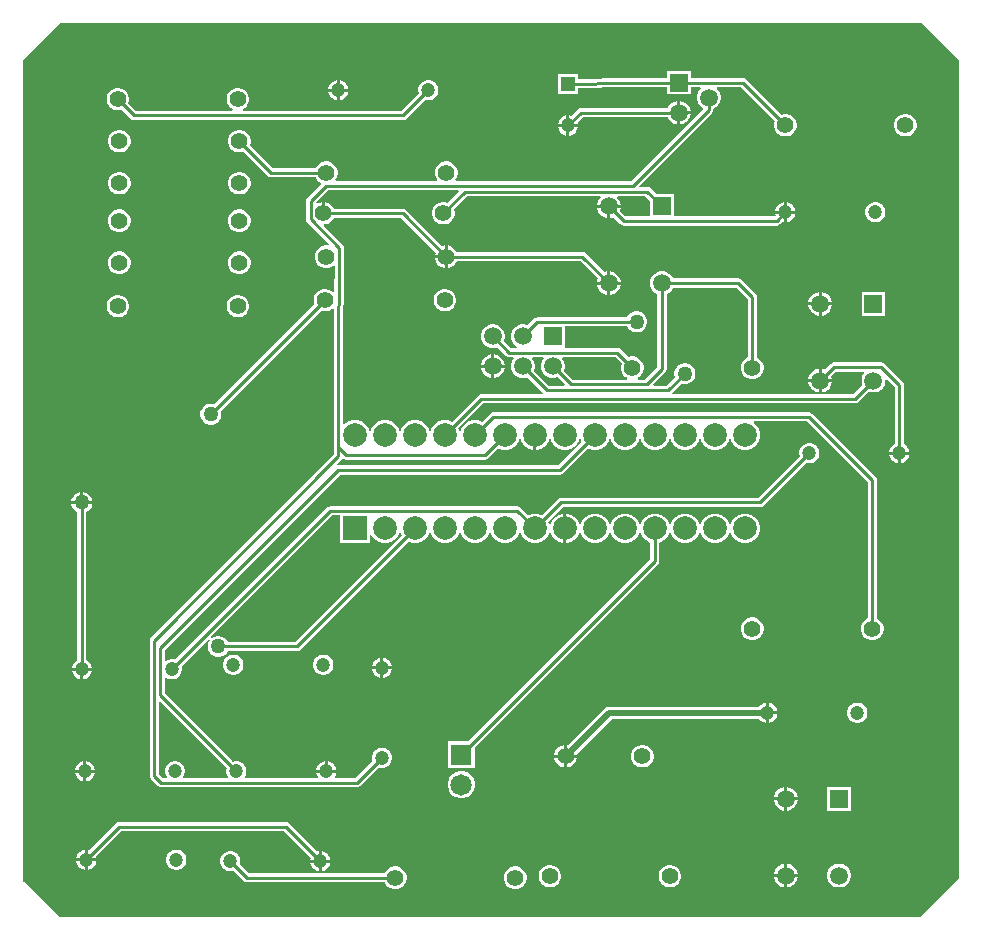
<source format=gbl>
G04*
G04 #@! TF.GenerationSoftware,Altium Limited,Altium Designer,24.10.1 (45)*
G04*
G04 Layer_Physical_Order=2*
G04 Layer_Color=16711680*
%FSLAX44Y44*%
%MOMM*%
G71*
G04*
G04 #@! TF.SameCoordinates,03EB8B32-1028-4CD5-B254-22B402A092A0*
G04*
G04*
G04 #@! TF.FilePolarity,Positive*
G04*
G01*
G75*
%ADD14C,0.2540*%
%ADD44C,0.5080*%
%ADD45C,1.5080*%
%ADD46R,1.5080X1.5080*%
%ADD47C,1.2000*%
%ADD48C,1.4000*%
%ADD49C,1.5000*%
%ADD50R,1.5000X1.5000*%
%ADD51R,1.2000X1.2000*%
%ADD52C,1.8150*%
%ADD53R,1.8150X1.8150*%
%ADD54C,1.4080*%
%ADD55R,1.4986X1.4986*%
%ADD56C,1.4986*%
%ADD57R,2.0000X2.0000*%
%ADD58C,2.0000*%
%ADD59C,1.2700*%
G36*
X1244600Y1033780D02*
Y341630D01*
X1211580Y308610D01*
X482600D01*
X453390Y337820D01*
X452120D01*
Y1033780D01*
X483870Y1065530D01*
X1212850D01*
X1244600Y1033780D01*
D02*
G37*
%LPC*%
G36*
X1017143Y1024763D02*
X997077D01*
Y1018615D01*
X961390D01*
X961339Y1018605D01*
X961288Y1018613D01*
X922580Y1017595D01*
X921670Y1018481D01*
Y1022000D01*
X904590D01*
Y1004920D01*
X921670D01*
Y1009799D01*
X961441Y1010845D01*
X997077D01*
Y1004697D01*
X1017143D01*
Y1010845D01*
X1025340D01*
X1025867Y1009575D01*
X1024482Y1008190D01*
X1023161Y1005903D01*
X1022477Y1003351D01*
Y1000709D01*
X1023161Y998157D01*
X1024482Y995870D01*
X1026350Y994002D01*
X1027220Y993499D01*
X1027386Y992240D01*
X966639Y931493D01*
X818374D01*
X818123Y932098D01*
X817946Y932763D01*
X819150Y934848D01*
X819800Y937274D01*
Y939786D01*
X819150Y942212D01*
X817894Y944388D01*
X816118Y946164D01*
X813942Y947420D01*
X811516Y948070D01*
X809004D01*
X806578Y947420D01*
X804402Y946164D01*
X802626Y944388D01*
X801370Y942212D01*
X800720Y939786D01*
Y937274D01*
X801370Y934848D01*
X802574Y932763D01*
X802397Y932098D01*
X802146Y931493D01*
X716774D01*
X716523Y932098D01*
X716346Y932763D01*
X717550Y934848D01*
X718200Y937274D01*
Y939786D01*
X717550Y942212D01*
X716294Y944388D01*
X714518Y946164D01*
X712342Y947420D01*
X709916Y948070D01*
X707404D01*
X704978Y947420D01*
X702802Y946164D01*
X701026Y944388D01*
X699887Y942415D01*
X663279D01*
X643950Y961743D01*
X644540Y963944D01*
Y966456D01*
X643890Y968882D01*
X642634Y971058D01*
X640858Y972834D01*
X638682Y974090D01*
X636256Y974740D01*
X633744D01*
X631318Y974090D01*
X629142Y972834D01*
X627366Y971058D01*
X626110Y968882D01*
X625460Y966456D01*
Y963944D01*
X626110Y961518D01*
X627366Y959342D01*
X629142Y957566D01*
X631318Y956310D01*
X633744Y955660D01*
X636256D01*
X638457Y956250D01*
X658923Y935783D01*
X660183Y934941D01*
X661670Y934645D01*
X699887D01*
X701026Y932672D01*
X702802Y930896D01*
X704053Y930174D01*
X704219Y928915D01*
X692451Y917147D01*
X691609Y915887D01*
X691313Y914400D01*
Y899160D01*
X691609Y897673D01*
X692451Y896413D01*
X710850Y878015D01*
X710192Y876876D01*
X709916Y876950D01*
X707404D01*
X704978Y876300D01*
X702802Y875044D01*
X701026Y873268D01*
X699770Y871092D01*
X699120Y868666D01*
Y866154D01*
X699770Y863728D01*
X701026Y861552D01*
X702802Y859776D01*
X704978Y858520D01*
X707404Y857870D01*
X709916D01*
X712342Y858520D01*
X714309Y859656D01*
X715576Y859228D01*
X715409Y837848D01*
X714135Y837326D01*
X713248Y838214D01*
X711072Y839470D01*
X708646Y840120D01*
X706134D01*
X703708Y839470D01*
X701532Y838214D01*
X699756Y836438D01*
X698500Y834262D01*
X697850Y831836D01*
Y829324D01*
X698440Y827123D01*
X613796Y742480D01*
X612040Y742950D01*
X609700D01*
X607439Y742344D01*
X605411Y741174D01*
X603756Y739519D01*
X602586Y737491D01*
X601980Y735230D01*
Y732890D01*
X602586Y730629D01*
X603756Y728601D01*
X605411Y726946D01*
X607439Y725776D01*
X609700Y725170D01*
X612040D01*
X614301Y725776D01*
X616329Y726946D01*
X617984Y728601D01*
X619154Y730629D01*
X619760Y732890D01*
Y735230D01*
X619290Y736986D01*
X703933Y821630D01*
X706134Y821040D01*
X708646D01*
X711072Y821690D01*
X713248Y822946D01*
X714029Y823728D01*
X715295Y823198D01*
X714936Y777016D01*
X714938Y777001D01*
X714935Y776986D01*
Y706120D01*
Y699855D01*
X560117Y545037D01*
X559275Y543777D01*
X558979Y542290D01*
Y427990D01*
X559275Y426503D01*
X560117Y425243D01*
X566213Y419147D01*
X567473Y418305D01*
X568960Y418009D01*
X734314D01*
X735801Y418305D01*
X737061Y419147D01*
X753010Y435096D01*
X754526Y434690D01*
X756774D01*
X758946Y435272D01*
X760894Y436396D01*
X762484Y437986D01*
X763608Y439934D01*
X764190Y442106D01*
Y444354D01*
X763608Y446526D01*
X762484Y448474D01*
X760894Y450064D01*
X758946Y451188D01*
X756774Y451770D01*
X754526D01*
X752354Y451188D01*
X750406Y450064D01*
X748816Y448474D01*
X747692Y446526D01*
X747110Y444354D01*
Y442106D01*
X747516Y440590D01*
X732705Y425779D01*
X716408D01*
X715778Y427049D01*
X716618Y428504D01*
X717161Y430530D01*
X708660D01*
Y431800D01*
D01*
Y430530D01*
X700159D01*
X700702Y428504D01*
X701542Y427049D01*
X700912Y425779D01*
X640208D01*
X639578Y427049D01*
X640418Y428504D01*
X641000Y430676D01*
Y432924D01*
X640418Y435096D01*
X639294Y437044D01*
X637704Y438634D01*
X635756Y439758D01*
X633584Y440340D01*
X631336D01*
X629820Y439934D01*
X571829Y497925D01*
Y510412D01*
X573099Y511042D01*
X574554Y510202D01*
X576726Y509620D01*
X578974D01*
X581146Y510202D01*
X583094Y511326D01*
X584684Y512916D01*
X585808Y514864D01*
X586390Y517036D01*
Y519284D01*
X585984Y520800D01*
X608919Y543735D01*
X609852Y542923D01*
X608682Y540895D01*
X608076Y538634D01*
Y536294D01*
X608682Y534033D01*
X609852Y532005D01*
X611507Y530350D01*
X613535Y529180D01*
X615796Y528574D01*
X618136D01*
X620397Y529180D01*
X622425Y530350D01*
X624080Y532005D01*
X624989Y533579D01*
X683744D01*
X685231Y533875D01*
X686491Y534717D01*
X777893Y626119D01*
X778750Y625625D01*
X781939Y624770D01*
X785241D01*
X788430Y625625D01*
X791290Y627275D01*
X793624Y629610D01*
X795275Y632470D01*
X795633Y633803D01*
X796947D01*
X797305Y632470D01*
X798956Y629610D01*
X801290Y627275D01*
X804150Y625625D01*
X807339Y624770D01*
X810641D01*
X813830Y625625D01*
X816690Y627275D01*
X819025Y629610D01*
X820675Y632470D01*
X821033Y633803D01*
X822347D01*
X822705Y632470D01*
X824355Y629610D01*
X826690Y627275D01*
X829550Y625625D01*
X832739Y624770D01*
X836041D01*
X839230Y625625D01*
X842090Y627275D01*
X844425Y629610D01*
X846075Y632470D01*
X846433Y633803D01*
X847747D01*
X848105Y632470D01*
X849755Y629610D01*
X852090Y627275D01*
X854950Y625625D01*
X858139Y624770D01*
X861441D01*
X864630Y625625D01*
X867490Y627275D01*
X869825Y629610D01*
X871475Y632470D01*
X871833Y633803D01*
X873147D01*
X873505Y632470D01*
X875155Y629610D01*
X877490Y627275D01*
X880350Y625625D01*
X883539Y624770D01*
X886841D01*
X890030Y625625D01*
X892890Y627275D01*
X895225Y629610D01*
X896875Y632470D01*
X897233Y633803D01*
X898547D01*
X898905Y632470D01*
X900555Y629610D01*
X902890Y627275D01*
X905750Y625625D01*
X908939Y624770D01*
X909320D01*
Y637310D01*
Y649850D01*
X908939D01*
X905750Y648995D01*
X902890Y647344D01*
X900555Y645010D01*
X898905Y642150D01*
X898547Y640817D01*
X897233D01*
X896875Y642150D01*
X896381Y643007D01*
X908873Y655499D01*
X1075944D01*
X1077431Y655795D01*
X1078691Y656637D01*
X1114960Y692906D01*
X1116476Y692500D01*
X1118724D01*
X1120896Y693082D01*
X1122844Y694206D01*
X1124434Y695796D01*
X1125558Y697744D01*
X1126140Y699916D01*
Y702164D01*
X1125558Y704336D01*
X1124434Y706284D01*
X1122844Y707874D01*
X1120896Y708998D01*
X1118724Y709580D01*
X1116476D01*
X1114304Y708998D01*
X1112356Y707874D01*
X1110766Y706284D01*
X1109642Y704336D01*
X1109060Y702164D01*
Y699916D01*
X1109466Y698400D01*
X1074335Y663269D01*
X907264D01*
X905778Y662973D01*
X904517Y662131D01*
X890887Y648501D01*
X890030Y648995D01*
X886841Y649850D01*
X883539D01*
X880350Y648995D01*
X879493Y648501D01*
X872975Y655019D01*
X871714Y655861D01*
X870228Y656157D01*
X711962D01*
X710475Y655861D01*
X709215Y655019D01*
X580490Y526294D01*
X578974Y526700D01*
X576726D01*
X574554Y526118D01*
X573099Y525278D01*
X571829Y525908D01*
Y534331D01*
X720429Y682931D01*
X906296D01*
X907783Y683227D01*
X909043Y684069D01*
X930293Y705319D01*
X931150Y704825D01*
X934339Y703970D01*
X937641D01*
X940830Y704825D01*
X943690Y706476D01*
X946024Y708810D01*
X947675Y711670D01*
X948033Y713003D01*
X949347D01*
X949705Y711670D01*
X951356Y708810D01*
X953690Y706476D01*
X956550Y704825D01*
X959739Y703970D01*
X963041D01*
X966230Y704825D01*
X969090Y706476D01*
X971424Y708810D01*
X973075Y711670D01*
X973433Y713003D01*
X974747D01*
X975105Y711670D01*
X976756Y708810D01*
X979090Y706476D01*
X981950Y704825D01*
X985139Y703970D01*
X988441D01*
X991630Y704825D01*
X994490Y706476D01*
X996824Y708810D01*
X998475Y711670D01*
X998833Y713003D01*
X1000147D01*
X1000505Y711670D01*
X1002156Y708810D01*
X1004490Y706476D01*
X1007350Y704825D01*
X1010539Y703970D01*
X1013841D01*
X1017030Y704825D01*
X1019890Y706476D01*
X1022225Y708810D01*
X1023875Y711670D01*
X1024233Y713003D01*
X1025547D01*
X1025905Y711670D01*
X1027555Y708810D01*
X1029890Y706476D01*
X1032750Y704825D01*
X1035939Y703970D01*
X1039241D01*
X1042430Y704825D01*
X1045290Y706476D01*
X1047625Y708810D01*
X1049275Y711670D01*
X1049633Y713003D01*
X1050947D01*
X1051305Y711670D01*
X1052955Y708810D01*
X1055290Y706476D01*
X1058150Y704825D01*
X1061339Y703970D01*
X1064641D01*
X1067830Y704825D01*
X1070690Y706476D01*
X1073025Y708810D01*
X1074675Y711670D01*
X1075530Y714859D01*
Y718161D01*
X1074675Y721350D01*
X1073025Y724210D01*
X1070690Y726545D01*
X1070485Y726663D01*
X1070814Y727889D01*
X1115483D01*
X1167055Y676317D01*
Y561223D01*
X1165082Y560084D01*
X1163306Y558308D01*
X1162050Y556132D01*
X1161400Y553706D01*
Y551194D01*
X1162050Y548768D01*
X1163306Y546592D01*
X1165082Y544816D01*
X1167258Y543560D01*
X1169684Y542910D01*
X1172196D01*
X1174622Y543560D01*
X1176798Y544816D01*
X1178574Y546592D01*
X1179830Y548768D01*
X1180480Y551194D01*
Y553706D01*
X1179830Y556132D01*
X1178574Y558308D01*
X1176798Y560084D01*
X1174825Y561223D01*
Y677926D01*
X1174529Y679413D01*
X1173687Y680673D01*
X1119839Y734521D01*
X1118579Y735363D01*
X1117092Y735659D01*
X849654D01*
X848167Y735363D01*
X846907Y734521D01*
X840087Y727701D01*
X839230Y728195D01*
X836041Y729050D01*
X832739D01*
X829550Y728195D01*
X826690Y726545D01*
X824355Y724210D01*
X822705Y721350D01*
X822347Y720017D01*
X821033D01*
X820675Y721350D01*
X820181Y722207D01*
X841103Y743129D01*
X1156344D01*
X1157830Y743425D01*
X1159090Y744267D01*
X1167954Y753130D01*
X1167959Y753127D01*
X1170523Y752440D01*
X1173177D01*
X1175741Y753127D01*
X1178039Y754454D01*
X1179916Y756331D01*
X1181243Y758630D01*
X1181930Y761193D01*
Y763278D01*
X1183200Y763804D01*
X1189915Y757089D01*
Y708658D01*
X1188556Y707874D01*
X1186966Y706284D01*
X1185842Y704336D01*
X1185299Y702310D01*
X1193800D01*
X1202301D01*
X1201758Y704336D01*
X1200634Y706284D01*
X1199044Y707874D01*
X1197685Y708658D01*
Y758698D01*
X1197389Y760185D01*
X1196547Y761445D01*
X1181307Y776685D01*
X1180047Y777527D01*
X1178560Y777823D01*
X1138268D01*
X1136781Y777527D01*
X1135521Y776685D01*
X1130746Y771910D01*
X1130740Y771913D01*
X1128177Y772600D01*
X1128120D01*
Y763790D01*
X1136930D01*
Y763847D01*
X1136243Y766411D01*
X1136240Y766416D01*
X1139876Y770053D01*
X1163468D01*
X1163954Y768880D01*
X1163784Y768709D01*
X1162457Y766411D01*
X1161770Y763847D01*
Y761193D01*
X1162457Y758630D01*
X1162460Y758624D01*
X1154735Y750899D01*
X1002028D01*
X1001502Y752169D01*
X1009264Y759930D01*
X1011020Y759460D01*
X1013360D01*
X1015621Y760066D01*
X1017649Y761236D01*
X1019304Y762891D01*
X1020474Y764919D01*
X1021080Y767180D01*
Y769520D01*
X1020474Y771781D01*
X1019304Y773809D01*
X1017649Y775464D01*
X1015621Y776634D01*
X1013360Y777240D01*
X1011020D01*
X1008759Y776634D01*
X1006731Y775464D01*
X1005076Y773809D01*
X1003906Y771781D01*
X1003300Y769520D01*
Y767180D01*
X1003770Y765424D01*
X996357Y758011D01*
X985784D01*
X985297Y759184D01*
X995527Y769413D01*
X996369Y770673D01*
X996665Y772160D01*
Y835676D01*
X996671Y835677D01*
X998969Y837004D01*
X1000846Y838881D01*
X1002173Y841180D01*
X1002175Y841186D01*
X1055781D01*
X1065455Y831511D01*
Y782203D01*
X1063482Y781064D01*
X1061706Y779288D01*
X1060450Y777112D01*
X1059800Y774686D01*
Y772174D01*
X1060450Y769748D01*
X1061706Y767572D01*
X1063482Y765796D01*
X1065658Y764540D01*
X1068084Y763890D01*
X1070596D01*
X1073022Y764540D01*
X1075198Y765796D01*
X1076974Y767572D01*
X1078230Y769748D01*
X1078880Y772174D01*
Y774686D01*
X1078230Y777112D01*
X1076974Y779288D01*
X1075198Y781064D01*
X1073225Y782203D01*
Y833120D01*
X1072929Y834607D01*
X1072087Y835867D01*
X1060137Y847817D01*
X1058876Y848659D01*
X1057390Y848955D01*
X1002175D01*
X1002173Y848961D01*
X1000846Y851259D01*
X998969Y853136D01*
X996671Y854463D01*
X994107Y855150D01*
X991453D01*
X988889Y854463D01*
X986591Y853136D01*
X984714Y851259D01*
X983387Y848961D01*
X982700Y846397D01*
Y843743D01*
X983387Y841180D01*
X984714Y838881D01*
X986591Y837004D01*
X988889Y835677D01*
X988895Y835676D01*
Y773769D01*
X978471Y763345D01*
X972281D01*
X972172Y763513D01*
X972580Y765209D01*
X973598Y765796D01*
X975374Y767572D01*
X976630Y769748D01*
X977280Y772174D01*
Y774686D01*
X976630Y777112D01*
X975374Y779288D01*
X973598Y781064D01*
X971422Y782320D01*
X968996Y782970D01*
X966484D01*
X964283Y782380D01*
X957787Y788877D01*
X956527Y789719D01*
X955040Y790015D01*
X911721D01*
X910470Y790060D01*
X910470Y791285D01*
Y808407D01*
X963273D01*
X964182Y806833D01*
X965837Y805178D01*
X967865Y804008D01*
X970126Y803402D01*
X972466D01*
X974727Y804008D01*
X976755Y805178D01*
X978410Y806833D01*
X979580Y808861D01*
X980186Y811122D01*
Y813462D01*
X979580Y815723D01*
X978410Y817751D01*
X976755Y819406D01*
X974727Y820576D01*
X972466Y821182D01*
X970126D01*
X967865Y820576D01*
X965837Y819406D01*
X964182Y817751D01*
X963273Y816177D01*
X887222D01*
X885735Y815881D01*
X884475Y815039D01*
X878895Y809459D01*
X876352Y810140D01*
X873708D01*
X871155Y809456D01*
X868865Y808134D01*
X866996Y806265D01*
X865674Y803975D01*
X864990Y801422D01*
Y798778D01*
X865674Y796225D01*
X866996Y793935D01*
X868865Y792066D01*
X870219Y791285D01*
X869878Y790015D01*
X865209D01*
X858989Y796235D01*
X859670Y798778D01*
Y801422D01*
X858986Y803975D01*
X857664Y806265D01*
X855795Y808134D01*
X853505Y809456D01*
X850952Y810140D01*
X848308D01*
X845755Y809456D01*
X843465Y808134D01*
X841596Y806265D01*
X840274Y803975D01*
X839590Y801422D01*
Y798778D01*
X840274Y796225D01*
X841596Y793935D01*
X843465Y792066D01*
X845755Y790744D01*
X848308Y790060D01*
X850952D01*
X853495Y790741D01*
X860853Y783383D01*
X862113Y782541D01*
X863600Y782245D01*
X866717D01*
X867203Y781072D01*
X866996Y780865D01*
X865674Y778575D01*
X864990Y776022D01*
Y773378D01*
X865674Y770825D01*
X866996Y768535D01*
X868865Y766666D01*
X871155Y765344D01*
X873708Y764660D01*
X876352D01*
X878895Y765341D01*
X892068Y752169D01*
X891542Y750899D01*
X839494D01*
X838007Y750603D01*
X836747Y749761D01*
X814687Y727701D01*
X813830Y728195D01*
X810641Y729050D01*
X807339D01*
X804150Y728195D01*
X801290Y726545D01*
X798956Y724210D01*
X797305Y721350D01*
X796947Y720017D01*
X795633D01*
X795275Y721350D01*
X793624Y724210D01*
X791290Y726545D01*
X788430Y728195D01*
X785241Y729050D01*
X781939D01*
X778750Y728195D01*
X775890Y726545D01*
X773556Y724210D01*
X771905Y721350D01*
X771547Y720017D01*
X770233D01*
X769875Y721350D01*
X768224Y724210D01*
X765890Y726545D01*
X763030Y728195D01*
X759841Y729050D01*
X756539D01*
X753350Y728195D01*
X750490Y726545D01*
X748156Y724210D01*
X746505Y721350D01*
X746147Y720017D01*
X744833D01*
X744475Y721350D01*
X742824Y724210D01*
X740490Y726545D01*
X737630Y728195D01*
X734441Y729050D01*
X731139D01*
X727950Y728195D01*
X725090Y726545D01*
X723975Y725429D01*
X722705Y725955D01*
Y776972D01*
X723466Y874746D01*
X723464Y874761D01*
X723467Y874776D01*
X723322Y875505D01*
X723182Y876235D01*
X723174Y876247D01*
X723171Y876263D01*
X722758Y876881D01*
X722350Y877501D01*
X722337Y877510D01*
X722329Y877523D01*
X706325Y893527D01*
X706811Y894700D01*
X707376D01*
X709802Y895350D01*
X711978Y896606D01*
X713754Y898382D01*
X714893Y900355D01*
X771821D01*
X801310Y870867D01*
X800724Y868680D01*
X808990D01*
Y876946D01*
X806803Y876360D01*
X776177Y906987D01*
X774917Y907829D01*
X773430Y908125D01*
X714893D01*
X713754Y910098D01*
X711978Y911874D01*
X709802Y913130D01*
X707390Y913776D01*
Y904240D01*
X704850D01*
Y913776D01*
X702438Y913130D01*
X701260Y912450D01*
X699934Y912823D01*
X699727Y913031D01*
X699745Y913454D01*
X710015Y923723D01*
X820050D01*
X820536Y922550D01*
X811177Y913190D01*
X808976Y913780D01*
X806464D01*
X804038Y913130D01*
X801862Y911874D01*
X800086Y910098D01*
X798830Y907922D01*
X798180Y905496D01*
Y902984D01*
X798830Y900558D01*
X800086Y898382D01*
X801862Y896606D01*
X804038Y895350D01*
X806464Y894700D01*
X808976D01*
X811402Y895350D01*
X813578Y896606D01*
X815354Y898382D01*
X816610Y900558D01*
X817260Y902984D01*
Y905496D01*
X816670Y907697D01*
X827617Y918643D01*
X940301D01*
X940827Y917373D01*
X939714Y916260D01*
X938387Y913961D01*
X937700Y911397D01*
Y911340D01*
X947780D01*
X957860D01*
Y911397D01*
X957173Y913961D01*
X955846Y916260D01*
X954732Y917373D01*
X955258Y918643D01*
X978713D01*
X982700Y914657D01*
Y901521D01*
X961823D01*
X957170Y906174D01*
X957173Y906180D01*
X957860Y908743D01*
Y908800D01*
X949050D01*
Y899990D01*
X949107D01*
X951670Y900677D01*
X951676Y900680D01*
X957467Y894889D01*
X958727Y894047D01*
X960214Y893751D01*
X1089796D01*
X1091283Y894047D01*
X1092543Y894889D01*
X1094640Y896986D01*
X1096010Y896619D01*
Y903850D01*
X1088779D01*
X1089146Y902480D01*
X1088187Y901521D01*
X1002860D01*
Y920150D01*
X988194D01*
X983069Y925275D01*
X981809Y926117D01*
X980322Y926413D01*
X974206D01*
X973720Y927586D01*
X1035257Y989123D01*
X1036099Y990383D01*
X1036395Y991870D01*
Y992688D01*
X1038670Y994002D01*
X1040538Y995870D01*
X1041859Y998157D01*
X1042543Y1000709D01*
Y1003351D01*
X1041859Y1005903D01*
X1040538Y1008190D01*
X1039153Y1009575D01*
X1039679Y1010845D01*
X1059721D01*
X1088330Y982236D01*
X1087740Y980036D01*
Y977524D01*
X1088390Y975098D01*
X1089646Y972922D01*
X1091422Y971146D01*
X1093598Y969890D01*
X1096024Y969240D01*
X1098536D01*
X1100962Y969890D01*
X1103138Y971146D01*
X1104914Y972922D01*
X1106170Y975098D01*
X1106820Y977524D01*
Y980036D01*
X1106170Y982462D01*
X1104914Y984638D01*
X1103138Y986414D01*
X1100962Y987670D01*
X1098536Y988320D01*
X1096024D01*
X1093823Y987730D01*
X1064077Y1017477D01*
X1062816Y1018319D01*
X1061330Y1018615D01*
X1017143D01*
Y1024763D01*
D02*
G37*
G36*
X720090Y1016881D02*
Y1009650D01*
X727321D01*
X726778Y1011676D01*
X725654Y1013624D01*
X724064Y1015214D01*
X722116Y1016338D01*
X720090Y1016881D01*
D02*
G37*
G36*
X717550D02*
X715524Y1016338D01*
X713576Y1015214D01*
X711986Y1013624D01*
X710862Y1011676D01*
X710319Y1009650D01*
X717550D01*
Y1016881D01*
D02*
G37*
G36*
X727321Y1007110D02*
X720090D01*
Y999879D01*
X722116Y1000422D01*
X724064Y1001546D01*
X725654Y1003136D01*
X726778Y1005084D01*
X727321Y1007110D01*
D02*
G37*
G36*
X717550D02*
X710319D01*
X710862Y1005084D01*
X711986Y1003136D01*
X713576Y1001546D01*
X715524Y1000422D01*
X717550Y999879D01*
Y1007110D01*
D02*
G37*
G36*
X796144Y1016920D02*
X793896D01*
X791724Y1016338D01*
X789776Y1015214D01*
X788186Y1013624D01*
X787062Y1011676D01*
X786480Y1009504D01*
Y1007256D01*
X786886Y1005740D01*
X772075Y990929D01*
X638322D01*
X637981Y992199D01*
X639588Y993126D01*
X641364Y994902D01*
X642620Y997078D01*
X643270Y999504D01*
Y1002016D01*
X642620Y1004442D01*
X641364Y1006618D01*
X639588Y1008394D01*
X637412Y1009650D01*
X634986Y1010300D01*
X632474D01*
X630048Y1009650D01*
X627872Y1008394D01*
X626096Y1006618D01*
X624840Y1004442D01*
X624190Y1002016D01*
Y999504D01*
X624840Y997078D01*
X626096Y994902D01*
X627872Y993126D01*
X629479Y992199D01*
X629138Y990929D01*
X547455D01*
X541080Y997303D01*
X541670Y999504D01*
Y1002016D01*
X541020Y1004442D01*
X539764Y1006618D01*
X537988Y1008394D01*
X535812Y1009650D01*
X533386Y1010300D01*
X530874D01*
X528448Y1009650D01*
X526272Y1008394D01*
X524496Y1006618D01*
X523240Y1004442D01*
X522590Y1002016D01*
Y999504D01*
X523240Y997078D01*
X524496Y994902D01*
X526272Y993126D01*
X528448Y991870D01*
X530874Y991220D01*
X533386D01*
X535587Y991810D01*
X543099Y984297D01*
X544359Y983455D01*
X545846Y983159D01*
X773684D01*
X775171Y983455D01*
X776431Y984297D01*
X792380Y1000246D01*
X793896Y999840D01*
X796144D01*
X798316Y1000422D01*
X800264Y1001546D01*
X801854Y1003136D01*
X802978Y1005084D01*
X803560Y1007256D01*
Y1009504D01*
X802978Y1011676D01*
X801854Y1013624D01*
X800264Y1015214D01*
X798316Y1016338D01*
X796144Y1016920D01*
D02*
G37*
G36*
X1008431Y999363D02*
X1008380D01*
Y990600D01*
X1017143D01*
Y990651D01*
X1016459Y993203D01*
X1015138Y995490D01*
X1013270Y997358D01*
X1010983Y998679D01*
X1008431Y999363D01*
D02*
G37*
G36*
X1005840D02*
X1005789D01*
X1003237Y998679D01*
X1000950Y997358D01*
X999082Y995490D01*
X997768Y993215D01*
X924000D01*
X922514Y992919D01*
X921253Y992077D01*
X915770Y986594D01*
X914400Y986961D01*
Y979730D01*
X921631D01*
X921264Y981100D01*
X925609Y985445D01*
X997768D01*
X999082Y983170D01*
X1000950Y981302D01*
X1003237Y979981D01*
X1005789Y979297D01*
X1005840D01*
Y989330D01*
X1007110D01*
D01*
X1005840D01*
Y999363D01*
D02*
G37*
G36*
X911860Y986961D02*
X909834Y986418D01*
X907886Y985294D01*
X906296Y983704D01*
X905172Y981756D01*
X904629Y979730D01*
X911860D01*
Y986961D01*
D02*
G37*
G36*
X1017143Y988060D02*
X1008380D01*
Y979297D01*
X1008431D01*
X1010983Y979981D01*
X1013270Y981302D01*
X1015138Y983170D01*
X1016459Y985457D01*
X1017143Y988009D01*
Y988060D01*
D02*
G37*
G36*
X921631Y977190D02*
X914400D01*
Y969959D01*
X916426Y970502D01*
X918374Y971626D01*
X919964Y973216D01*
X921088Y975163D01*
X921631Y977190D01*
D02*
G37*
G36*
X911860D02*
X904629D01*
X905172Y975163D01*
X906296Y973216D01*
X907886Y971626D01*
X909834Y970502D01*
X911860Y969959D01*
Y977190D01*
D02*
G37*
G36*
X1200136Y988320D02*
X1197624D01*
X1195198Y987670D01*
X1193022Y986414D01*
X1191246Y984638D01*
X1189990Y982462D01*
X1189340Y980036D01*
Y977524D01*
X1189990Y975098D01*
X1191246Y972922D01*
X1193022Y971146D01*
X1195198Y969890D01*
X1197624Y969240D01*
X1200136D01*
X1202562Y969890D01*
X1204738Y971146D01*
X1206514Y972922D01*
X1207770Y975098D01*
X1208420Y977524D01*
Y980036D01*
X1207770Y982462D01*
X1206514Y984638D01*
X1204738Y986414D01*
X1202562Y987670D01*
X1200136Y988320D01*
D02*
G37*
G36*
X534656Y974740D02*
X532144D01*
X529718Y974090D01*
X527542Y972834D01*
X525766Y971058D01*
X524510Y968882D01*
X523860Y966456D01*
Y963944D01*
X524510Y961518D01*
X525766Y959342D01*
X527542Y957566D01*
X529718Y956310D01*
X532144Y955660D01*
X534656D01*
X537082Y956310D01*
X539258Y957566D01*
X541034Y959342D01*
X542290Y961518D01*
X542940Y963944D01*
Y966456D01*
X542290Y968882D01*
X541034Y971058D01*
X539258Y972834D01*
X537082Y974090D01*
X534656Y974740D01*
D02*
G37*
G36*
X636256Y939180D02*
X633744D01*
X631318Y938530D01*
X629142Y937274D01*
X627366Y935498D01*
X626110Y933322D01*
X625460Y930896D01*
Y928384D01*
X626110Y925958D01*
X627366Y923782D01*
X629142Y922006D01*
X631318Y920750D01*
X633744Y920100D01*
X636256D01*
X638682Y920750D01*
X640858Y922006D01*
X642634Y923782D01*
X643890Y925958D01*
X644540Y928384D01*
Y930896D01*
X643890Y933322D01*
X642634Y935498D01*
X640858Y937274D01*
X638682Y938530D01*
X636256Y939180D01*
D02*
G37*
G36*
X534656D02*
X532144D01*
X529718Y938530D01*
X527542Y937274D01*
X525766Y935498D01*
X524510Y933322D01*
X523860Y930896D01*
Y928384D01*
X524510Y925958D01*
X525766Y923782D01*
X527542Y922006D01*
X529718Y920750D01*
X532144Y920100D01*
X534656D01*
X537082Y920750D01*
X539258Y922006D01*
X541034Y923782D01*
X542290Y925958D01*
X542940Y928384D01*
Y930896D01*
X542290Y933322D01*
X541034Y935498D01*
X539258Y937274D01*
X537082Y938530D01*
X534656Y939180D01*
D02*
G37*
G36*
X1098550Y913621D02*
Y906390D01*
X1105781D01*
X1105238Y908416D01*
X1104114Y910363D01*
X1102524Y911954D01*
X1100576Y913078D01*
X1098550Y913621D01*
D02*
G37*
G36*
X1096010D02*
X1093984Y913078D01*
X1092036Y911954D01*
X1090446Y910363D01*
X1089322Y908416D01*
X1088779Y906390D01*
X1096010D01*
Y913621D01*
D02*
G37*
G36*
X946510Y908800D02*
X937700D01*
Y908743D01*
X938387Y906180D01*
X939714Y903881D01*
X941590Y902004D01*
X943889Y900677D01*
X946453Y899990D01*
X946510D01*
Y908800D01*
D02*
G37*
G36*
X1105781Y903850D02*
X1098550D01*
Y896619D01*
X1100576Y897162D01*
X1102524Y898286D01*
X1104114Y899876D01*
X1105238Y901824D01*
X1105781Y903850D01*
D02*
G37*
G36*
X1174604Y913660D02*
X1172356D01*
X1170184Y913078D01*
X1168236Y911954D01*
X1166646Y910363D01*
X1165522Y908416D01*
X1164940Y906244D01*
Y903996D01*
X1165522Y901824D01*
X1166646Y899876D01*
X1168236Y898286D01*
X1170184Y897162D01*
X1172356Y896580D01*
X1174604D01*
X1176776Y897162D01*
X1178724Y898286D01*
X1180314Y899876D01*
X1181438Y901824D01*
X1182020Y903996D01*
Y906244D01*
X1181438Y908416D01*
X1180314Y910363D01*
X1178724Y911954D01*
X1176776Y913078D01*
X1174604Y913660D01*
D02*
G37*
G36*
X636256Y907430D02*
X633744D01*
X631318Y906780D01*
X629142Y905524D01*
X627366Y903748D01*
X626110Y901572D01*
X625460Y899146D01*
Y896634D01*
X626110Y894208D01*
X627366Y892032D01*
X629142Y890256D01*
X631318Y889000D01*
X633744Y888350D01*
X636256D01*
X638682Y889000D01*
X640858Y890256D01*
X642634Y892032D01*
X643890Y894208D01*
X644540Y896634D01*
Y899146D01*
X643890Y901572D01*
X642634Y903748D01*
X640858Y905524D01*
X638682Y906780D01*
X636256Y907430D01*
D02*
G37*
G36*
X534656D02*
X532144D01*
X529718Y906780D01*
X527542Y905524D01*
X525766Y903748D01*
X524510Y901572D01*
X523860Y899146D01*
Y896634D01*
X524510Y894208D01*
X525766Y892032D01*
X527542Y890256D01*
X529718Y889000D01*
X532144Y888350D01*
X534656D01*
X537082Y889000D01*
X539258Y890256D01*
X541034Y892032D01*
X542290Y894208D01*
X542940Y896634D01*
Y899146D01*
X542290Y901572D01*
X541034Y903748D01*
X539258Y905524D01*
X537082Y906780D01*
X534656Y907430D01*
D02*
G37*
G36*
X808990Y866140D02*
X800724D01*
X801370Y863728D01*
X802626Y861552D01*
X804402Y859776D01*
X806578Y858520D01*
X808990Y857874D01*
Y866140D01*
D02*
G37*
G36*
X636256Y871870D02*
X633744D01*
X631318Y871220D01*
X629142Y869964D01*
X627366Y868188D01*
X626110Y866012D01*
X625460Y863586D01*
Y861074D01*
X626110Y858648D01*
X627366Y856472D01*
X629142Y854696D01*
X631318Y853440D01*
X633744Y852790D01*
X636256D01*
X638682Y853440D01*
X640858Y854696D01*
X642634Y856472D01*
X643890Y858648D01*
X644540Y861074D01*
Y863586D01*
X643890Y866012D01*
X642634Y868188D01*
X640858Y869964D01*
X638682Y871220D01*
X636256Y871870D01*
D02*
G37*
G36*
X534656D02*
X532144D01*
X529718Y871220D01*
X527542Y869964D01*
X525766Y868188D01*
X524510Y866012D01*
X523860Y863586D01*
Y861074D01*
X524510Y858648D01*
X525766Y856472D01*
X527542Y854696D01*
X529718Y853440D01*
X532144Y852790D01*
X534656D01*
X537082Y853440D01*
X539258Y854696D01*
X541034Y856472D01*
X542290Y858648D01*
X542940Y861074D01*
Y863586D01*
X542290Y866012D01*
X541034Y868188D01*
X539258Y869964D01*
X537082Y871220D01*
X534656Y871870D01*
D02*
G37*
G36*
X949107Y855150D02*
X949050D01*
Y846340D01*
X957860D01*
Y846397D01*
X957173Y848961D01*
X955846Y851259D01*
X953969Y853136D01*
X951670Y854463D01*
X949107Y855150D01*
D02*
G37*
G36*
X811530Y876946D02*
Y867410D01*
Y857874D01*
X813942Y858520D01*
X816118Y859776D01*
X817894Y861552D01*
X819033Y863525D01*
X923831D01*
X938390Y848966D01*
X938387Y848961D01*
X937700Y846397D01*
Y846340D01*
X946510D01*
Y855150D01*
X946453D01*
X943889Y854463D01*
X943884Y854460D01*
X928187Y870157D01*
X926926Y870999D01*
X925440Y871295D01*
X819033D01*
X817894Y873268D01*
X816118Y875044D01*
X813942Y876300D01*
X811530Y876946D01*
D02*
G37*
G36*
X957860Y843800D02*
X949050D01*
Y834990D01*
X949107D01*
X951670Y835677D01*
X953969Y837004D01*
X955846Y838881D01*
X957173Y841180D01*
X957860Y843743D01*
Y843800D01*
D02*
G37*
G36*
X946510D02*
X937700D01*
Y843743D01*
X938387Y841180D01*
X939714Y838881D01*
X941590Y837004D01*
X943889Y835677D01*
X946453Y834990D01*
X946510D01*
Y843800D01*
D02*
G37*
G36*
X1128177Y837600D02*
X1128120D01*
Y828790D01*
X1136930D01*
Y828847D01*
X1136243Y831411D01*
X1134916Y833710D01*
X1133039Y835586D01*
X1130740Y836913D01*
X1128177Y837600D01*
D02*
G37*
G36*
X1125580D02*
X1125523D01*
X1122959Y836913D01*
X1120660Y835586D01*
X1118784Y833710D01*
X1117457Y831411D01*
X1116770Y828847D01*
Y828790D01*
X1125580D01*
Y837600D01*
D02*
G37*
G36*
X810246Y840120D02*
X807734D01*
X805308Y839470D01*
X803132Y838214D01*
X801356Y836438D01*
X800100Y834262D01*
X799450Y831836D01*
Y829324D01*
X800100Y826898D01*
X801356Y824722D01*
X803132Y822946D01*
X805308Y821690D01*
X807734Y821040D01*
X810246D01*
X812672Y821690D01*
X814848Y822946D01*
X816624Y824722D01*
X817880Y826898D01*
X818530Y829324D01*
Y831836D01*
X817880Y834262D01*
X816624Y836438D01*
X814848Y838214D01*
X812672Y839470D01*
X810246Y840120D01*
D02*
G37*
G36*
X1181930Y837600D02*
X1161770D01*
Y817440D01*
X1181930D01*
Y837600D01*
D02*
G37*
G36*
X1136930Y826250D02*
X1128120D01*
Y817440D01*
X1128177D01*
X1130740Y818127D01*
X1133039Y819454D01*
X1134916Y821331D01*
X1136243Y823630D01*
X1136930Y826193D01*
Y826250D01*
D02*
G37*
G36*
X1125580D02*
X1116770D01*
Y826193D01*
X1117457Y823630D01*
X1118784Y821331D01*
X1120660Y819454D01*
X1122959Y818127D01*
X1125523Y817440D01*
X1125580D01*
Y826250D01*
D02*
G37*
G36*
X634986Y835040D02*
X632474D01*
X630048Y834390D01*
X627872Y833134D01*
X626096Y831358D01*
X624840Y829182D01*
X624190Y826756D01*
Y824244D01*
X624840Y821818D01*
X626096Y819642D01*
X627872Y817866D01*
X630048Y816610D01*
X632474Y815960D01*
X634986D01*
X637412Y816610D01*
X639588Y817866D01*
X641364Y819642D01*
X642620Y821818D01*
X643270Y824244D01*
Y826756D01*
X642620Y829182D01*
X641364Y831358D01*
X639588Y833134D01*
X637412Y834390D01*
X634986Y835040D01*
D02*
G37*
G36*
X533386D02*
X530874D01*
X528448Y834390D01*
X526272Y833134D01*
X524496Y831358D01*
X523240Y829182D01*
X522590Y826756D01*
Y824244D01*
X523240Y821818D01*
X524496Y819642D01*
X526272Y817866D01*
X528448Y816610D01*
X530874Y815960D01*
X533386D01*
X535812Y816610D01*
X537988Y817866D01*
X539764Y819642D01*
X541020Y821818D01*
X541670Y824244D01*
Y826756D01*
X541020Y829182D01*
X539764Y831358D01*
X537988Y833134D01*
X535812Y834390D01*
X533386Y835040D01*
D02*
G37*
G36*
X850952Y784740D02*
X850900D01*
Y775970D01*
X859670D01*
Y776022D01*
X858986Y778575D01*
X857664Y780865D01*
X855795Y782734D01*
X853505Y784056D01*
X850952Y784740D01*
D02*
G37*
G36*
X848360D02*
X848308D01*
X845755Y784056D01*
X843465Y782734D01*
X841596Y780865D01*
X840274Y778575D01*
X839590Y776022D01*
Y775970D01*
X848360D01*
Y784740D01*
D02*
G37*
G36*
X859670Y773430D02*
X850900D01*
Y764660D01*
X850952D01*
X853505Y765344D01*
X855795Y766666D01*
X857664Y768535D01*
X858986Y770825D01*
X859670Y773378D01*
Y773430D01*
D02*
G37*
G36*
X848360D02*
X839590D01*
Y773378D01*
X840274Y770825D01*
X841596Y768535D01*
X843465Y766666D01*
X845755Y765344D01*
X848308Y764660D01*
X848360D01*
Y773430D01*
D02*
G37*
G36*
X1125580Y772600D02*
X1125523D01*
X1122959Y771913D01*
X1120660Y770586D01*
X1118784Y768709D01*
X1117457Y766411D01*
X1116770Y763847D01*
Y763790D01*
X1125580D01*
Y772600D01*
D02*
G37*
G36*
X1136930Y761250D02*
X1128120D01*
Y752440D01*
X1128177D01*
X1130740Y753127D01*
X1133039Y754454D01*
X1134916Y756331D01*
X1136243Y758630D01*
X1136930Y761193D01*
Y761250D01*
D02*
G37*
G36*
X1125580D02*
X1116770D01*
Y761193D01*
X1117457Y758630D01*
X1118784Y756331D01*
X1120660Y754454D01*
X1122959Y753127D01*
X1125523Y752440D01*
X1125580D01*
Y761250D01*
D02*
G37*
G36*
X1202301Y699770D02*
X1195070D01*
Y692539D01*
X1197096Y693082D01*
X1199044Y694206D01*
X1200634Y695796D01*
X1201758Y697744D01*
X1202301Y699770D01*
D02*
G37*
G36*
X1192530D02*
X1185299D01*
X1185842Y697744D01*
X1186966Y695796D01*
X1188556Y694206D01*
X1190504Y693082D01*
X1192530Y692539D01*
Y699770D01*
D02*
G37*
G36*
X502920Y668123D02*
Y660530D01*
X510513D01*
X509934Y662691D01*
X508764Y664719D01*
X507109Y666374D01*
X505081Y667544D01*
X502920Y668123D01*
D02*
G37*
G36*
X500380D02*
X498219Y667544D01*
X496191Y666374D01*
X494536Y664719D01*
X493366Y662691D01*
X492787Y660530D01*
X500380D01*
Y668123D01*
D02*
G37*
G36*
X1064641Y649850D02*
X1061339D01*
X1058150Y648995D01*
X1055290Y647344D01*
X1052955Y645010D01*
X1051305Y642150D01*
X1050947Y640817D01*
X1049633D01*
X1049275Y642150D01*
X1047625Y645010D01*
X1045290Y647344D01*
X1042430Y648995D01*
X1039241Y649850D01*
X1035939D01*
X1032750Y648995D01*
X1029890Y647344D01*
X1027555Y645010D01*
X1025905Y642150D01*
X1025547Y640817D01*
X1024233D01*
X1023875Y642150D01*
X1022225Y645010D01*
X1019890Y647344D01*
X1017030Y648995D01*
X1013841Y649850D01*
X1010539D01*
X1007350Y648995D01*
X1004490Y647344D01*
X1002156Y645010D01*
X1000505Y642150D01*
X1000147Y640817D01*
X998833D01*
X998475Y642150D01*
X996824Y645010D01*
X994490Y647344D01*
X991630Y648995D01*
X988441Y649850D01*
X985139D01*
X981950Y648995D01*
X979090Y647344D01*
X976756Y645010D01*
X975105Y642150D01*
X974747Y640817D01*
X973433D01*
X973075Y642150D01*
X971424Y645010D01*
X969090Y647344D01*
X966230Y648995D01*
X963041Y649850D01*
X959739D01*
X956550Y648995D01*
X953690Y647344D01*
X951356Y645010D01*
X949705Y642150D01*
X949347Y640817D01*
X948033D01*
X947675Y642150D01*
X946024Y645010D01*
X943690Y647344D01*
X940830Y648995D01*
X937641Y649850D01*
X934339D01*
X931150Y648995D01*
X928290Y647344D01*
X925956Y645010D01*
X924305Y642150D01*
X923947Y640817D01*
X922633D01*
X922275Y642150D01*
X920624Y645010D01*
X918290Y647344D01*
X915430Y648995D01*
X912241Y649850D01*
X911860D01*
Y637310D01*
Y624770D01*
X912241D01*
X915430Y625625D01*
X918290Y627275D01*
X920624Y629610D01*
X922275Y632470D01*
X922633Y633803D01*
X923947D01*
X924305Y632470D01*
X925956Y629610D01*
X928290Y627275D01*
X931150Y625625D01*
X934339Y624770D01*
X937641D01*
X940830Y625625D01*
X943690Y627275D01*
X946024Y629610D01*
X947675Y632470D01*
X948033Y633803D01*
X949347D01*
X949705Y632470D01*
X951356Y629610D01*
X953690Y627275D01*
X956550Y625625D01*
X959739Y624770D01*
X963041D01*
X966230Y625625D01*
X969090Y627275D01*
X971424Y629610D01*
X973075Y632470D01*
X973433Y633803D01*
X974747D01*
X975105Y632470D01*
X976756Y629610D01*
X979090Y627275D01*
X981950Y625625D01*
X982905Y625368D01*
Y611209D01*
X829081Y457385D01*
X811345D01*
Y434155D01*
X834575D01*
Y451891D01*
X989537Y606853D01*
X990379Y608113D01*
X990675Y609600D01*
Y625368D01*
X991630Y625625D01*
X994490Y627275D01*
X996824Y629610D01*
X998475Y632470D01*
X998833Y633803D01*
X1000147D01*
X1000505Y632470D01*
X1002156Y629610D01*
X1004490Y627275D01*
X1007350Y625625D01*
X1010539Y624770D01*
X1013841D01*
X1017030Y625625D01*
X1019890Y627275D01*
X1022225Y629610D01*
X1023875Y632470D01*
X1024233Y633803D01*
X1025547D01*
X1025905Y632470D01*
X1027555Y629610D01*
X1029890Y627275D01*
X1032750Y625625D01*
X1035939Y624770D01*
X1039241D01*
X1042430Y625625D01*
X1045290Y627275D01*
X1047625Y629610D01*
X1049275Y632470D01*
X1049633Y633803D01*
X1050947D01*
X1051305Y632470D01*
X1052955Y629610D01*
X1055290Y627275D01*
X1058150Y625625D01*
X1061339Y624770D01*
X1064641D01*
X1067830Y625625D01*
X1070690Y627275D01*
X1073025Y629610D01*
X1074675Y632470D01*
X1075530Y635659D01*
Y638961D01*
X1074675Y642150D01*
X1073025Y645010D01*
X1070690Y647344D01*
X1067830Y648995D01*
X1064641Y649850D01*
D02*
G37*
G36*
X1070596Y561990D02*
X1068084D01*
X1065658Y561340D01*
X1063482Y560084D01*
X1061706Y558308D01*
X1060450Y556132D01*
X1059800Y553706D01*
Y551194D01*
X1060450Y548768D01*
X1061706Y546592D01*
X1063482Y544816D01*
X1065658Y543560D01*
X1068084Y542910D01*
X1070596D01*
X1073022Y543560D01*
X1075198Y544816D01*
X1076974Y546592D01*
X1078230Y548768D01*
X1078880Y551194D01*
Y553706D01*
X1078230Y556132D01*
X1076974Y558308D01*
X1075198Y560084D01*
X1073022Y561340D01*
X1070596Y561990D01*
D02*
G37*
G36*
X756920Y527931D02*
Y520700D01*
X764151D01*
X763608Y522726D01*
X762484Y524674D01*
X760894Y526264D01*
X758946Y527388D01*
X756920Y527931D01*
D02*
G37*
G36*
X754380D02*
X752354Y527388D01*
X750406Y526264D01*
X748816Y524674D01*
X747692Y522726D01*
X747149Y520700D01*
X754380D01*
Y527931D01*
D02*
G37*
G36*
X510513Y657990D02*
X492787D01*
X493366Y655829D01*
X494536Y653801D01*
X496191Y652146D01*
X497765Y651238D01*
Y525778D01*
X496406Y524994D01*
X494816Y523404D01*
X493692Y521456D01*
X493149Y519430D01*
X510151D01*
X509608Y521456D01*
X508484Y523404D01*
X506894Y524994D01*
X505535Y525778D01*
Y651238D01*
X507109Y652146D01*
X508764Y653801D01*
X509934Y655829D01*
X510513Y657990D01*
D02*
G37*
G36*
X707244Y530510D02*
X704996D01*
X702824Y529928D01*
X700876Y528804D01*
X699286Y527214D01*
X698162Y525266D01*
X697580Y523094D01*
Y520846D01*
X698162Y518674D01*
X699286Y516726D01*
X700876Y515136D01*
X702824Y514012D01*
X704996Y513430D01*
X707244D01*
X709416Y514012D01*
X711364Y515136D01*
X712954Y516726D01*
X714078Y518674D01*
X714660Y520846D01*
Y523094D01*
X714078Y525266D01*
X712954Y527214D01*
X711364Y528804D01*
X709416Y529928D01*
X707244Y530510D01*
D02*
G37*
G36*
X631044D02*
X628796D01*
X626624Y529928D01*
X624676Y528804D01*
X623086Y527214D01*
X621962Y525266D01*
X621380Y523094D01*
Y520846D01*
X621962Y518674D01*
X623086Y516726D01*
X624676Y515136D01*
X626624Y514012D01*
X628796Y513430D01*
X631044D01*
X633216Y514012D01*
X635164Y515136D01*
X636754Y516726D01*
X637878Y518674D01*
X638460Y520846D01*
Y523094D01*
X637878Y525266D01*
X636754Y527214D01*
X635164Y528804D01*
X633216Y529928D01*
X631044Y530510D01*
D02*
G37*
G36*
X764151Y518160D02*
X756920D01*
Y510929D01*
X758946Y511472D01*
X760894Y512596D01*
X762484Y514186D01*
X763608Y516134D01*
X764151Y518160D01*
D02*
G37*
G36*
X754380D02*
X747149D01*
X747692Y516134D01*
X748816Y514186D01*
X750406Y512596D01*
X752354Y511472D01*
X754380Y510929D01*
Y518160D01*
D02*
G37*
G36*
X510151Y516890D02*
X502920D01*
Y509659D01*
X504946Y510202D01*
X506894Y511326D01*
X508484Y512916D01*
X509608Y514864D01*
X510151Y516890D01*
D02*
G37*
G36*
X500380D02*
X493149D01*
X493692Y514864D01*
X494816Y512916D01*
X496406Y511326D01*
X498354Y510202D01*
X500380Y509659D01*
Y516890D01*
D02*
G37*
G36*
X1080770Y489831D02*
X1078744Y489288D01*
X1076796Y488164D01*
X1075206Y486574D01*
X1075169Y486510D01*
X947940D01*
X947940Y486510D01*
X945958Y486115D01*
X944278Y484992D01*
X913155Y453870D01*
X912380Y454078D01*
Y445770D01*
X920688D01*
X920480Y446545D01*
X950086Y476151D01*
X1075169D01*
X1075206Y476086D01*
X1076796Y474496D01*
X1078744Y473372D01*
X1080770Y472829D01*
Y481330D01*
Y489831D01*
D02*
G37*
G36*
X1083310D02*
Y482600D01*
X1090541D01*
X1089998Y484626D01*
X1088874Y486574D01*
X1087284Y488164D01*
X1085336Y489288D01*
X1083310Y489831D01*
D02*
G37*
G36*
X1090541Y480060D02*
X1083310D01*
Y472829D01*
X1085336Y473372D01*
X1087284Y474496D01*
X1088874Y476086D01*
X1089998Y478034D01*
X1090541Y480060D01*
D02*
G37*
G36*
X1159364Y489870D02*
X1157116D01*
X1154944Y489288D01*
X1152996Y488164D01*
X1151406Y486574D01*
X1150282Y484626D01*
X1149700Y482454D01*
Y480206D01*
X1150282Y478034D01*
X1151406Y476086D01*
X1152996Y474496D01*
X1154944Y473372D01*
X1157116Y472790D01*
X1159364D01*
X1161536Y473372D01*
X1163484Y474496D01*
X1165074Y476086D01*
X1166198Y478034D01*
X1166780Y480206D01*
Y482454D01*
X1166198Y484626D01*
X1165074Y486574D01*
X1163484Y488164D01*
X1161536Y489288D01*
X1159364Y489870D01*
D02*
G37*
G36*
X909840Y454078D02*
X907412Y453427D01*
X905228Y452166D01*
X903444Y450382D01*
X902183Y448198D01*
X901533Y445770D01*
X909840D01*
Y454078D01*
D02*
G37*
G36*
X920688Y443230D02*
X912380D01*
Y434922D01*
X914808Y435573D01*
X916992Y436834D01*
X918776Y438618D01*
X920037Y440802D01*
X920688Y443230D01*
D02*
G37*
G36*
X909840D02*
X901533D01*
X902183Y440802D01*
X903444Y438618D01*
X905228Y436834D01*
X907412Y435573D01*
X909840Y434922D01*
Y443230D01*
D02*
G37*
G36*
X977371Y454080D02*
X974849D01*
X972412Y453427D01*
X970228Y452166D01*
X968444Y450382D01*
X967183Y448198D01*
X966530Y445761D01*
Y443239D01*
X967183Y440802D01*
X968444Y438618D01*
X970228Y436834D01*
X972412Y435573D01*
X974849Y434920D01*
X977371D01*
X979808Y435573D01*
X981992Y436834D01*
X983776Y438618D01*
X985037Y440802D01*
X985690Y443239D01*
Y445761D01*
X985037Y448198D01*
X983776Y450382D01*
X981992Y452166D01*
X979808Y453427D01*
X977371Y454080D01*
D02*
G37*
G36*
X709930Y440301D02*
Y433070D01*
X717161D01*
X716618Y435096D01*
X715494Y437044D01*
X713904Y438634D01*
X711956Y439758D01*
X709930Y440301D01*
D02*
G37*
G36*
X505460D02*
Y433070D01*
X512691D01*
X512148Y435096D01*
X511024Y437044D01*
X509434Y438634D01*
X507486Y439758D01*
X505460Y440301D01*
D02*
G37*
G36*
X502920D02*
X500894Y439758D01*
X498946Y438634D01*
X497356Y437044D01*
X496232Y435096D01*
X495689Y433070D01*
X502920D01*
Y440301D01*
D02*
G37*
G36*
X707390D02*
X705364Y439758D01*
X703416Y438634D01*
X701826Y437044D01*
X700702Y435096D01*
X700159Y433070D01*
X707390D01*
Y440301D01*
D02*
G37*
G36*
X512691Y430530D02*
X505460D01*
Y423299D01*
X507486Y423842D01*
X509434Y424966D01*
X511024Y426556D01*
X512148Y428504D01*
X512691Y430530D01*
D02*
G37*
G36*
X502920D02*
X495689D01*
X496232Y428504D01*
X497356Y426556D01*
X498946Y424966D01*
X500894Y423842D01*
X502920Y423299D01*
Y430530D01*
D02*
G37*
G36*
X1098967Y418500D02*
X1098910D01*
Y409690D01*
X1107720D01*
Y409747D01*
X1107033Y412310D01*
X1105706Y414609D01*
X1103829Y416486D01*
X1101531Y417813D01*
X1098967Y418500D01*
D02*
G37*
G36*
X1096370D02*
X1096313D01*
X1093749Y417813D01*
X1091451Y416486D01*
X1089574Y414609D01*
X1088247Y412310D01*
X1087560Y409747D01*
Y409690D01*
X1096370D01*
Y418500D01*
D02*
G37*
G36*
X824489Y431985D02*
X821431D01*
X818477Y431193D01*
X815828Y429664D01*
X813666Y427502D01*
X812137Y424853D01*
X811345Y421899D01*
Y418841D01*
X812137Y415887D01*
X813666Y413238D01*
X815828Y411076D01*
X818477Y409547D01*
X821431Y408755D01*
X824489D01*
X827443Y409547D01*
X830092Y411076D01*
X832254Y413238D01*
X833783Y415887D01*
X834575Y418841D01*
Y421899D01*
X833783Y424853D01*
X832254Y427502D01*
X830092Y429664D01*
X827443Y431193D01*
X824489Y431985D01*
D02*
G37*
G36*
X1152720Y418500D02*
X1132560D01*
Y398340D01*
X1152720D01*
Y418500D01*
D02*
G37*
G36*
X1107720Y407150D02*
X1098910D01*
Y398340D01*
X1098967D01*
X1101531Y399027D01*
X1103829Y400354D01*
X1105706Y402231D01*
X1107033Y404529D01*
X1107720Y407093D01*
Y407150D01*
D02*
G37*
G36*
X1096370D02*
X1087560D01*
Y407093D01*
X1088247Y404529D01*
X1089574Y402231D01*
X1091451Y400354D01*
X1093749Y399027D01*
X1096313Y398340D01*
X1096370D01*
Y407150D01*
D02*
G37*
G36*
X504190Y365371D02*
X502164Y364828D01*
X500216Y363704D01*
X498626Y362114D01*
X497502Y360166D01*
X496959Y358140D01*
X504190D01*
Y365371D01*
D02*
G37*
G36*
X704850Y364101D02*
Y356870D01*
X712081D01*
X711538Y358896D01*
X710414Y360844D01*
X708824Y362434D01*
X706876Y363558D01*
X704850Y364101D01*
D02*
G37*
G36*
X674370Y388695D02*
X533400D01*
X531913Y388399D01*
X530653Y387557D01*
X508100Y365004D01*
X506730Y365371D01*
Y358140D01*
X513961D01*
X513594Y359510D01*
X535009Y380925D01*
X672761D01*
X695446Y358240D01*
X695079Y356870D01*
X702310D01*
Y364101D01*
X700940Y363734D01*
X677117Y387557D01*
X675857Y388399D01*
X674370Y388695D01*
D02*
G37*
G36*
X513961Y355600D02*
X506730D01*
Y348369D01*
X508756Y348912D01*
X510704Y350036D01*
X512294Y351626D01*
X513418Y353574D01*
X513961Y355600D01*
D02*
G37*
G36*
X504190D02*
X496959D01*
X497502Y353574D01*
X498626Y351626D01*
X500216Y350036D01*
X502164Y348912D01*
X504190Y348369D01*
Y355600D01*
D02*
G37*
G36*
X582784Y365410D02*
X580536D01*
X578364Y364828D01*
X576416Y363704D01*
X574826Y362114D01*
X573702Y360166D01*
X573120Y357994D01*
Y355746D01*
X573702Y353574D01*
X574826Y351626D01*
X576416Y350036D01*
X578364Y348912D01*
X580536Y348330D01*
X582784D01*
X584956Y348912D01*
X586904Y350036D01*
X588494Y351626D01*
X589618Y353574D01*
X590200Y355746D01*
Y357994D01*
X589618Y360166D01*
X588494Y362114D01*
X586904Y363704D01*
X584956Y364828D01*
X582784Y365410D01*
D02*
G37*
G36*
X712081Y354330D02*
X704850D01*
Y347099D01*
X706876Y347642D01*
X708824Y348766D01*
X710414Y350356D01*
X711538Y352304D01*
X712081Y354330D01*
D02*
G37*
G36*
X702310D02*
X695079D01*
X695622Y352304D01*
X696746Y350356D01*
X698336Y348766D01*
X700284Y347642D01*
X702310Y347099D01*
Y354330D01*
D02*
G37*
G36*
X1098967Y353500D02*
X1098910D01*
Y344690D01*
X1107720D01*
Y344747D01*
X1107033Y347311D01*
X1105706Y349609D01*
X1103829Y351486D01*
X1101531Y352813D01*
X1098967Y353500D01*
D02*
G37*
G36*
X1096370D02*
X1096313D01*
X1093749Y352813D01*
X1091451Y351486D01*
X1089574Y349609D01*
X1088247Y347311D01*
X1087560Y344747D01*
Y344690D01*
X1096370D01*
Y353500D01*
D02*
G37*
G36*
X1000746Y352440D02*
X998234D01*
X995808Y351790D01*
X993632Y350534D01*
X991856Y348758D01*
X990600Y346582D01*
X989950Y344156D01*
Y341644D01*
X990600Y339218D01*
X991856Y337042D01*
X993632Y335266D01*
X995808Y334010D01*
X998234Y333360D01*
X1000746D01*
X1003172Y334010D01*
X1005348Y335266D01*
X1007124Y337042D01*
X1008380Y339218D01*
X1009030Y341644D01*
Y344156D01*
X1008380Y346582D01*
X1007124Y348758D01*
X1005348Y350534D01*
X1003172Y351790D01*
X1000746Y352440D01*
D02*
G37*
G36*
X899146D02*
X896634D01*
X894208Y351790D01*
X892032Y350534D01*
X890256Y348758D01*
X889000Y346582D01*
X888350Y344156D01*
Y341644D01*
X889000Y339218D01*
X890256Y337042D01*
X892032Y335266D01*
X894208Y334010D01*
X896634Y333360D01*
X899146D01*
X901572Y334010D01*
X903748Y335266D01*
X905524Y337042D01*
X906780Y339218D01*
X907430Y341644D01*
Y344156D01*
X906780Y346582D01*
X905524Y348758D01*
X903748Y350534D01*
X901572Y351790D01*
X899146Y352440D01*
D02*
G37*
G36*
X1143967Y353500D02*
X1141313D01*
X1138749Y352813D01*
X1136451Y351486D01*
X1134574Y349609D01*
X1133247Y347311D01*
X1132560Y344747D01*
Y342093D01*
X1133247Y339529D01*
X1134574Y337231D01*
X1136451Y335354D01*
X1138749Y334027D01*
X1141313Y333340D01*
X1143967D01*
X1146531Y334027D01*
X1148829Y335354D01*
X1150706Y337231D01*
X1152033Y339529D01*
X1152720Y342093D01*
Y344747D01*
X1152033Y347311D01*
X1150706Y349609D01*
X1148829Y351486D01*
X1146531Y352813D01*
X1143967Y353500D01*
D02*
G37*
G36*
X1107720Y342150D02*
X1098910D01*
Y333340D01*
X1098967D01*
X1101531Y334027D01*
X1103829Y335354D01*
X1105706Y337231D01*
X1107033Y339529D01*
X1107720Y342093D01*
Y342150D01*
D02*
G37*
G36*
X1096370D02*
X1087560D01*
Y342093D01*
X1088247Y339529D01*
X1089574Y337231D01*
X1091451Y335354D01*
X1093749Y334027D01*
X1096313Y333340D01*
X1096370D01*
Y342150D01*
D02*
G37*
G36*
X869936Y351170D02*
X867424D01*
X864998Y350520D01*
X862822Y349264D01*
X861046Y347488D01*
X859790Y345312D01*
X859140Y342886D01*
Y340374D01*
X859790Y337948D01*
X861046Y335772D01*
X862822Y333996D01*
X864998Y332740D01*
X867424Y332090D01*
X869936D01*
X872362Y332740D01*
X874538Y333996D01*
X876314Y335772D01*
X877570Y337948D01*
X878220Y340374D01*
Y342886D01*
X877570Y345312D01*
X876314Y347488D01*
X874538Y349264D01*
X872362Y350520D01*
X869936Y351170D01*
D02*
G37*
G36*
X628504Y364140D02*
X626256D01*
X624084Y363558D01*
X622136Y362434D01*
X620546Y360844D01*
X619422Y358896D01*
X618840Y356724D01*
Y354476D01*
X619422Y352304D01*
X620546Y350356D01*
X622136Y348766D01*
X624084Y347642D01*
X626256Y347060D01*
X628504D01*
X630020Y347466D01*
X638603Y338883D01*
X639863Y338041D01*
X641350Y337745D01*
X758307D01*
X759446Y335772D01*
X761222Y333996D01*
X763398Y332740D01*
X765824Y332090D01*
X768336D01*
X770762Y332740D01*
X772938Y333996D01*
X774714Y335772D01*
X775970Y337948D01*
X776620Y340374D01*
Y342886D01*
X775970Y345312D01*
X774714Y347488D01*
X772938Y349264D01*
X770762Y350520D01*
X768336Y351170D01*
X765824D01*
X763398Y350520D01*
X761222Y349264D01*
X759446Y347488D01*
X758307Y345515D01*
X642959D01*
X635514Y352960D01*
X635920Y354476D01*
Y356724D01*
X635338Y358896D01*
X634214Y360844D01*
X632624Y362434D01*
X630676Y363558D01*
X628504Y364140D01*
D02*
G37*
%LPD*%
G36*
X958790Y776887D02*
X958200Y774686D01*
Y772174D01*
X958850Y769748D01*
X960106Y767572D01*
X961882Y765796D01*
X962900Y765209D01*
X963308Y763513D01*
X963199Y763345D01*
X917279D01*
X909789Y770835D01*
X910470Y773378D01*
Y776022D01*
X909786Y778575D01*
X908464Y780865D01*
X908257Y781072D01*
X908743Y782245D01*
X953431D01*
X958790Y776887D01*
D02*
G37*
G36*
X892603Y781072D02*
X892396Y780865D01*
X891074Y778575D01*
X890390Y776022D01*
Y773378D01*
X891074Y770825D01*
X892396Y768535D01*
X894265Y766666D01*
X896555Y765344D01*
X899108Y764660D01*
X901752D01*
X904295Y765341D01*
X910452Y759184D01*
X909966Y758011D01*
X897213D01*
X884389Y770835D01*
X885070Y773378D01*
Y776022D01*
X884386Y778575D01*
X883064Y780865D01*
X882857Y781072D01*
X883343Y782245D01*
X892117D01*
X892603Y781072D01*
D02*
G37*
G36*
X886460Y703970D02*
X886841D01*
X890030Y704825D01*
X892890Y706476D01*
X895225Y708810D01*
X896875Y711670D01*
X897233Y713003D01*
X898547D01*
X898905Y711670D01*
X900555Y708810D01*
X902890Y706476D01*
X905750Y704825D01*
X908939Y703970D01*
X912241D01*
X915430Y704825D01*
X918290Y706476D01*
X920624Y708810D01*
X922275Y711670D01*
X922633Y713003D01*
X923947D01*
X924305Y711670D01*
X924799Y710813D01*
X904687Y690701D01*
X718820D01*
X718501Y690637D01*
X717875Y691808D01*
X721567Y695499D01*
X721807Y695859D01*
X722585Y696673D01*
X723472Y696238D01*
X723937Y695927D01*
X725424Y695631D01*
X842796D01*
X844283Y695927D01*
X845543Y696769D01*
X854093Y705319D01*
X854950Y704825D01*
X858139Y703970D01*
X861441D01*
X864630Y704825D01*
X867490Y706476D01*
X869825Y708810D01*
X871475Y711670D01*
X871833Y713003D01*
X873147D01*
X873505Y711670D01*
X875155Y708810D01*
X877490Y706476D01*
X880350Y704825D01*
X883539Y703970D01*
X883920D01*
Y716510D01*
X886460D01*
Y703970D01*
D02*
G37*
G36*
X720250Y624770D02*
X745330D01*
Y631428D01*
X745546Y631591D01*
X747207Y631253D01*
X748156Y629610D01*
X750490Y627275D01*
X753350Y625625D01*
X756539Y624770D01*
X759841D01*
X763030Y625625D01*
X765890Y627275D01*
X768224Y629610D01*
X769875Y632470D01*
X770233Y633803D01*
X771547D01*
X771905Y632470D01*
X772399Y631613D01*
X682135Y541349D01*
X624989D01*
X624080Y542923D01*
X622425Y544578D01*
X620397Y545748D01*
X618136Y546354D01*
X615796D01*
X613535Y545748D01*
X611507Y544578D01*
X610695Y545511D01*
X713571Y648387D01*
X720250D01*
Y624770D01*
D02*
G37*
G36*
X624326Y434440D02*
X623920Y432924D01*
Y430676D01*
X624502Y428504D01*
X625342Y427049D01*
X624712Y425779D01*
X588138D01*
X587508Y427049D01*
X588348Y428504D01*
X588930Y430676D01*
Y432924D01*
X588348Y435096D01*
X587224Y437044D01*
X585634Y438634D01*
X583686Y439758D01*
X581514Y440340D01*
X579266D01*
X577094Y439758D01*
X575146Y438634D01*
X573556Y437044D01*
X572432Y435096D01*
X571850Y432924D01*
Y430676D01*
X572432Y428504D01*
X573272Y427049D01*
X572642Y425779D01*
X570569D01*
X566749Y429599D01*
Y490358D01*
X567922Y490844D01*
X624326Y434440D01*
D02*
G37*
D14*
X718820Y698246D02*
Y706120D01*
X501650Y518160D02*
Y659260D01*
X875030Y774700D02*
X895604Y754126D01*
X997966D01*
X1012190Y768350D01*
X567944Y496316D02*
X632460Y431800D01*
X567944Y496316D02*
Y535940D01*
X718820Y686816D01*
X906296D01*
X935990Y716510D01*
X808990D02*
X839494Y747014D01*
X1156344D01*
X1171850Y762520D01*
X1170940Y552450D02*
Y677926D01*
X1117092Y731774D02*
X1170940Y677926D01*
X849654Y731774D02*
X1117092D01*
X834390Y716510D02*
X849654Y731774D01*
X734314Y421894D02*
X755650Y443230D01*
X568960Y421894D02*
X734314D01*
X562864Y427990D02*
X568960Y421894D01*
X562864Y427990D02*
Y542290D01*
X718820Y698246D01*
Y776986D02*
X719582Y874776D01*
X695198Y899160D02*
X719582Y874776D01*
X695198Y899160D02*
Y914400D01*
X708406Y927608D01*
X968248D01*
X1032510Y991870D01*
Y1002030D01*
X842796Y699516D02*
X859790Y716510D01*
X725424Y699516D02*
X842796D01*
X718820Y706120D02*
X725424Y699516D01*
X718820Y706120D02*
Y776986D01*
X822960Y445770D02*
X986790Y609600D01*
Y637310D01*
X610870Y734060D02*
X707390Y830580D01*
X616966Y537464D02*
X683744D01*
X783590Y637310D01*
X849630Y800100D02*
X863600Y786130D01*
X955040D01*
X967740Y773430D01*
X875030Y800100D02*
X887222Y812292D01*
X971296D01*
X635000Y965200D02*
X661670Y938530D01*
X708660D01*
X505460Y356870D02*
X533400Y384810D01*
X674370D01*
X703580Y355600D01*
X706120Y904240D02*
X773430D01*
X810260Y867410D01*
X925440D01*
X947780Y845070D01*
Y910070D02*
X960214Y897636D01*
X1089796D01*
X1097280Y905120D01*
X913130Y978460D02*
X924000Y989330D01*
X1007110D01*
X1126850Y762520D02*
X1138268Y773938D01*
X1178560D01*
X1193800Y758698D01*
Y701040D02*
Y758698D01*
X532130Y1000760D02*
X545846Y987044D01*
X773684D01*
X795020Y1008380D01*
X627380Y355600D02*
X641350Y341630D01*
X767080D01*
X577850Y518160D02*
X711962Y652272D01*
X870228D01*
X885190Y637310D01*
X907264Y659384D01*
X1075944D01*
X1117600Y701040D01*
X1069340Y773430D02*
Y833120D01*
X1057390Y845070D02*
X1069340Y833120D01*
X992780Y845070D02*
X1057390D01*
X992780Y772160D02*
Y845070D01*
X980080Y759460D02*
X992780Y772160D01*
X915670Y759460D02*
X980080D01*
X900430Y774700D02*
X915670Y759460D01*
X980322Y922528D02*
X992780Y910070D01*
X826008Y922528D02*
X980322D01*
X807720Y904240D02*
X826008Y922528D01*
X961390Y1014730D02*
X1007110D01*
X913130Y1013460D02*
X961390Y1014730D01*
X1007110D02*
X1061330D01*
X1097280Y978780D01*
D44*
X911110Y444500D02*
X947940Y481330D01*
X1082040D01*
D45*
X1097640Y343420D02*
D03*
Y408420D02*
D03*
X1142640Y343420D02*
D03*
X1126850Y762520D02*
D03*
Y827520D02*
D03*
X1171850Y762520D02*
D03*
X947780Y845070D02*
D03*
Y910070D02*
D03*
X992780Y845070D02*
D03*
D46*
X1142640Y408420D02*
D03*
X1171850Y827520D02*
D03*
X992780Y910070D02*
D03*
D47*
X1082040Y481330D02*
D03*
X1158240D02*
D03*
X1097280Y905120D02*
D03*
X1173480D02*
D03*
X1193800Y701040D02*
D03*
X1117600D02*
D03*
X718820Y1008380D02*
D03*
X795020D02*
D03*
X581660Y356870D02*
D03*
X505460D02*
D03*
X703580Y355600D02*
D03*
X627380D02*
D03*
X577850Y518160D02*
D03*
X501650D02*
D03*
X706120Y521970D02*
D03*
X629920D02*
D03*
X632460Y431800D02*
D03*
X708660D02*
D03*
X755650Y519430D02*
D03*
Y443230D02*
D03*
X913130Y978460D02*
D03*
X580390Y431800D02*
D03*
X504190D02*
D03*
D48*
X1069340Y552450D02*
D03*
X1170940D02*
D03*
X1097280Y978780D02*
D03*
X1198880D02*
D03*
X967740Y773430D02*
D03*
X1069340D02*
D03*
X999490Y342900D02*
D03*
X897890D02*
D03*
X810260Y867410D02*
D03*
X708660D02*
D03*
X868680Y341630D02*
D03*
X767080D02*
D03*
X707390Y830580D02*
D03*
X808990D02*
D03*
X532130Y825500D02*
D03*
X633730D02*
D03*
X533400Y862330D02*
D03*
X635000D02*
D03*
X533400Y929640D02*
D03*
X635000D02*
D03*
X533400Y965200D02*
D03*
X635000D02*
D03*
X532130Y1000760D02*
D03*
X633730D02*
D03*
X807720Y904240D02*
D03*
X706120D02*
D03*
X708660Y938530D02*
D03*
X810260D02*
D03*
X635000Y897890D02*
D03*
X533400D02*
D03*
D49*
X849630Y774700D02*
D03*
Y800100D02*
D03*
X875030Y774700D02*
D03*
Y800100D02*
D03*
X900430Y774700D02*
D03*
D50*
Y800100D02*
D03*
D51*
X913130Y1013460D02*
D03*
D52*
X822960Y420370D02*
D03*
D53*
Y445770D02*
D03*
D54*
X976110Y444500D02*
D03*
X911110D02*
D03*
D55*
X1007110Y1014730D02*
D03*
D56*
X1032510Y1002030D02*
D03*
X1007110Y989330D02*
D03*
D57*
X732790Y637310D02*
D03*
D58*
X758190D02*
D03*
X885190D02*
D03*
X910590D02*
D03*
X783590D02*
D03*
X808990D02*
D03*
X859790D02*
D03*
X834390D02*
D03*
X935990D02*
D03*
X961390D02*
D03*
X986790D02*
D03*
X1012190D02*
D03*
X1037590D02*
D03*
X1062990D02*
D03*
Y716510D02*
D03*
X1037590D02*
D03*
X1012190D02*
D03*
X986790D02*
D03*
X961390D02*
D03*
X935990D02*
D03*
X910590D02*
D03*
X885190D02*
D03*
X859790D02*
D03*
X834390D02*
D03*
X808990D02*
D03*
X783590D02*
D03*
X758190D02*
D03*
X732790D02*
D03*
D59*
X501650Y659260D02*
D03*
X1012190Y768350D02*
D03*
X610870Y734060D02*
D03*
X616966Y537464D02*
D03*
X971296Y812292D02*
D03*
M02*

</source>
